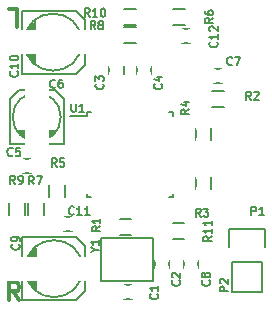
<source format=gto>
G04 #@! TF.FileFunction,Legend,Top*
%FSLAX46Y46*%
G04 Gerber Fmt 4.6, Leading zero omitted, Abs format (unit mm)*
G04 Created by KiCad (PCBNEW 4.0.0-rc2-stable) date 11/27/2015 10:33:43 PM*
%MOMM*%
G01*
G04 APERTURE LIST*
%ADD10C,0.100000*%
%ADD11C,0.300000*%
%ADD12C,0.150000*%
%ADD13R,1.600000X1.150000*%
%ADD14R,1.150000X1.600000*%
%ADD15R,2.000200X3.000960*%
%ADD16R,3.399740X2.000200*%
%ADD17R,1.950000X1.900000*%
%ADD18O,1.950000X1.300000*%
%ADD19O,1.350000X1.650000*%
%ADD20R,1.750000X0.800000*%
%ADD21R,2.400000X12.400000*%
%ADD22R,1.600000X1.300000*%
%ADD23R,1.300000X1.600000*%
%ADD24R,2.000000X0.950000*%
%ADD25R,0.950000X2.000000*%
%ADD26R,2.432000X2.432000*%
%ADD27O,2.432000X2.432000*%
%ADD28R,1.800000X1.600000*%
G04 APERTURE END LIST*
D10*
D11*
X104437714Y-76600929D02*
X105152000Y-76600929D01*
X105152000Y-78100929D01*
X105302786Y-101199071D02*
X104802786Y-100484786D01*
X104445643Y-101199071D02*
X104445643Y-99699071D01*
X105017071Y-99699071D01*
X105159929Y-99770500D01*
X105231357Y-99841929D01*
X105302786Y-99984786D01*
X105302786Y-100199071D01*
X105231357Y-100341929D01*
X105159929Y-100413357D01*
X105017071Y-100484786D01*
X104445643Y-100484786D01*
D12*
X114140500Y-99920500D02*
X114840500Y-99920500D01*
X114840500Y-101120500D02*
X114140500Y-101120500D01*
X118011500Y-97821000D02*
X118011500Y-98521000D01*
X116811500Y-98521000D02*
X116811500Y-97821000D01*
X112938000Y-82074500D02*
X112938000Y-81374500D01*
X114138000Y-81374500D02*
X114138000Y-82074500D01*
X115287500Y-82074500D02*
X115287500Y-81374500D01*
X116487500Y-81374500D02*
X116487500Y-82074500D01*
X105631500Y-89252500D02*
X106331500Y-89252500D01*
X106331500Y-90452500D02*
X105631500Y-90452500D01*
X106781600Y-84074000D02*
X106781600Y-84836000D01*
X106400600Y-84455000D02*
X107162600Y-84455000D01*
X109067600Y-84201000D02*
X109067600Y-88011000D01*
X105257600Y-83439000D02*
X108305600Y-83439000D01*
X109067600Y-84201000D02*
X108305600Y-83439000D01*
X104495600Y-84201000D02*
X104495600Y-88011000D01*
X104495600Y-84201000D02*
X105257600Y-83439000D01*
X106908600Y-87757000D02*
X106654600Y-87757000D01*
X106146600Y-87630000D02*
X107416600Y-87630000D01*
X107670600Y-87503000D02*
X105892600Y-87503000D01*
X107924600Y-87376000D02*
X105638600Y-87376000D01*
X105511600Y-87249000D02*
X108051600Y-87249000D01*
X108178600Y-87122000D02*
X105384600Y-87122000D01*
X105257600Y-86995000D02*
X108305600Y-86995000D01*
X105130600Y-86868000D02*
X108432600Y-86868000D01*
X104495600Y-88011000D02*
X109067600Y-88011000D01*
X108813600Y-85725000D02*
G75*
G03X108813600Y-85725000I-2032000J0D01*
G01*
X122460500Y-82832500D02*
X121760500Y-82832500D01*
X121760500Y-81632500D02*
X122460500Y-81632500D01*
X120424500Y-97821000D02*
X120424500Y-98521000D01*
X119224500Y-98521000D02*
X119224500Y-97821000D01*
X105958640Y-97917000D02*
X105958640Y-99314000D01*
X106085640Y-97663000D02*
X106085640Y-99441000D01*
X106212640Y-97282000D02*
X106212640Y-99822000D01*
X106339640Y-99949000D02*
X106339640Y-97155000D01*
X106466640Y-97028000D02*
X106466640Y-100076000D01*
X106593640Y-100203000D02*
X106593640Y-96901000D01*
X106720640Y-96774000D02*
X106720640Y-100330000D01*
X105577640Y-95885000D02*
X110149640Y-95885000D01*
X110149640Y-95885000D02*
X110911640Y-96647000D01*
X110911640Y-96647000D02*
X110911640Y-100457000D01*
X110911640Y-100457000D02*
X110149640Y-101219000D01*
X110149640Y-101219000D02*
X105577640Y-101219000D01*
X105577640Y-101219000D02*
X105577640Y-95885000D01*
X110403640Y-98552000D02*
X109641640Y-98552000D01*
X110022640Y-98171000D02*
X110022640Y-98933000D01*
X110657640Y-98552000D02*
G75*
G03X110657640Y-98552000I-2413000J0D01*
G01*
X105877360Y-78740000D02*
X105877360Y-80137000D01*
X106004360Y-78486000D02*
X106004360Y-80264000D01*
X106131360Y-78105000D02*
X106131360Y-80645000D01*
X106258360Y-80772000D02*
X106258360Y-77978000D01*
X106385360Y-77851000D02*
X106385360Y-80899000D01*
X106512360Y-81026000D02*
X106512360Y-77724000D01*
X106639360Y-77597000D02*
X106639360Y-81153000D01*
X105496360Y-76708000D02*
X110068360Y-76708000D01*
X110068360Y-76708000D02*
X110830360Y-77470000D01*
X110830360Y-77470000D02*
X110830360Y-81280000D01*
X110830360Y-81280000D02*
X110068360Y-82042000D01*
X110068360Y-82042000D02*
X105496360Y-82042000D01*
X105496360Y-82042000D02*
X105496360Y-76708000D01*
X110322360Y-79375000D02*
X109560360Y-79375000D01*
X109941360Y-78994000D02*
X109941360Y-79756000D01*
X110576360Y-79375000D02*
G75*
G03X110576360Y-79375000I-2413000J0D01*
G01*
X109760500Y-95405500D02*
X109060500Y-95405500D01*
X109060500Y-94205500D02*
X109760500Y-94205500D01*
X119093500Y-78267000D02*
X119793500Y-78267000D01*
X119793500Y-79467000D02*
X119093500Y-79467000D01*
X113800000Y-94321000D02*
X114800000Y-94321000D01*
X114800000Y-95671000D02*
X113800000Y-95671000D01*
X122610500Y-84876000D02*
X121610500Y-84876000D01*
X121610500Y-83526000D02*
X122610500Y-83526000D01*
X120229000Y-91770000D02*
X120229000Y-90770000D01*
X121579000Y-90770000D02*
X121579000Y-91770000D01*
X121579000Y-86665000D02*
X121579000Y-87665000D01*
X120229000Y-87665000D02*
X120229000Y-86665000D01*
X109196500Y-91511500D02*
X109196500Y-92511500D01*
X107846500Y-92511500D02*
X107846500Y-91511500D01*
X118308500Y-76541000D02*
X119308500Y-76541000D01*
X119308500Y-77891000D02*
X118308500Y-77891000D01*
X107418500Y-93035500D02*
X107418500Y-94035500D01*
X106068500Y-94035500D02*
X106068500Y-93035500D01*
X115181000Y-79478500D02*
X114181000Y-79478500D01*
X114181000Y-78128500D02*
X115181000Y-78128500D01*
X105767500Y-93035500D02*
X105767500Y-94035500D01*
X104417500Y-94035500D02*
X104417500Y-93035500D01*
X115181000Y-77891000D02*
X114181000Y-77891000D01*
X114181000Y-76541000D02*
X115181000Y-76541000D01*
X119288000Y-96052000D02*
X118288000Y-96052000D01*
X118288000Y-94702000D02*
X119288000Y-94702000D01*
X111056000Y-85275000D02*
X111056000Y-85600000D01*
X118306000Y-85275000D02*
X118306000Y-85600000D01*
X118306000Y-92525000D02*
X118306000Y-92200000D01*
X111056000Y-92525000D02*
X111056000Y-92200000D01*
X111056000Y-85275000D02*
X111381000Y-85275000D01*
X111056000Y-92525000D02*
X111381000Y-92525000D01*
X118306000Y-92525000D02*
X117981000Y-92525000D01*
X118306000Y-85275000D02*
X117981000Y-85275000D01*
X111056000Y-85600000D02*
X109631000Y-85600000D01*
X125857000Y-97980500D02*
X125857000Y-100520500D01*
X126137000Y-95160500D02*
X126137000Y-96710500D01*
X125857000Y-97980500D02*
X123317000Y-97980500D01*
X123037000Y-96710500D02*
X123037000Y-95160500D01*
X123037000Y-95160500D02*
X126137000Y-95160500D01*
X123317000Y-97980500D02*
X123317000Y-100520500D01*
X123317000Y-100520500D02*
X125857000Y-100520500D01*
X112227000Y-99590000D02*
X112227000Y-95990000D01*
X116627000Y-99590000D02*
X112227000Y-99590000D01*
X116627000Y-95990000D02*
X116627000Y-99590000D01*
X112227000Y-95990000D02*
X116627000Y-95990000D01*
X116988400Y-100700666D02*
X117021733Y-100734000D01*
X117055067Y-100834000D01*
X117055067Y-100900666D01*
X117021733Y-101000666D01*
X116955067Y-101067333D01*
X116888400Y-101100666D01*
X116755067Y-101134000D01*
X116655067Y-101134000D01*
X116521733Y-101100666D01*
X116455067Y-101067333D01*
X116388400Y-101000666D01*
X116355067Y-100900666D01*
X116355067Y-100834000D01*
X116388400Y-100734000D01*
X116421733Y-100700666D01*
X117055067Y-100034000D02*
X117055067Y-100434000D01*
X117055067Y-100234000D02*
X116355067Y-100234000D01*
X116455067Y-100300666D01*
X116521733Y-100367333D01*
X116555067Y-100434000D01*
X118868000Y-99557666D02*
X118901333Y-99591000D01*
X118934667Y-99691000D01*
X118934667Y-99757666D01*
X118901333Y-99857666D01*
X118834667Y-99924333D01*
X118768000Y-99957666D01*
X118634667Y-99991000D01*
X118534667Y-99991000D01*
X118401333Y-99957666D01*
X118334667Y-99924333D01*
X118268000Y-99857666D01*
X118234667Y-99757666D01*
X118234667Y-99691000D01*
X118268000Y-99591000D01*
X118301333Y-99557666D01*
X118301333Y-99291000D02*
X118268000Y-99257666D01*
X118234667Y-99191000D01*
X118234667Y-99024333D01*
X118268000Y-98957666D01*
X118301333Y-98924333D01*
X118368000Y-98891000D01*
X118434667Y-98891000D01*
X118534667Y-98924333D01*
X118934667Y-99324333D01*
X118934667Y-98891000D01*
X112391000Y-82918166D02*
X112424333Y-82951500D01*
X112457667Y-83051500D01*
X112457667Y-83118166D01*
X112424333Y-83218166D01*
X112357667Y-83284833D01*
X112291000Y-83318166D01*
X112157667Y-83351500D01*
X112057667Y-83351500D01*
X111924333Y-83318166D01*
X111857667Y-83284833D01*
X111791000Y-83218166D01*
X111757667Y-83118166D01*
X111757667Y-83051500D01*
X111791000Y-82951500D01*
X111824333Y-82918166D01*
X111757667Y-82684833D02*
X111757667Y-82251500D01*
X112024333Y-82484833D01*
X112024333Y-82384833D01*
X112057667Y-82318166D01*
X112091000Y-82284833D01*
X112157667Y-82251500D01*
X112324333Y-82251500D01*
X112391000Y-82284833D01*
X112424333Y-82318166D01*
X112457667Y-82384833D01*
X112457667Y-82584833D01*
X112424333Y-82651500D01*
X112391000Y-82684833D01*
X117344000Y-82920666D02*
X117377333Y-82954000D01*
X117410667Y-83054000D01*
X117410667Y-83120666D01*
X117377333Y-83220666D01*
X117310667Y-83287333D01*
X117244000Y-83320666D01*
X117110667Y-83354000D01*
X117010667Y-83354000D01*
X116877333Y-83320666D01*
X116810667Y-83287333D01*
X116744000Y-83220666D01*
X116710667Y-83120666D01*
X116710667Y-83054000D01*
X116744000Y-82954000D01*
X116777333Y-82920666D01*
X116944000Y-82320666D02*
X117410667Y-82320666D01*
X116677333Y-82487333D02*
X117177333Y-82654000D01*
X117177333Y-82220666D01*
X104734534Y-88946800D02*
X104701200Y-88980133D01*
X104601200Y-89013467D01*
X104534534Y-89013467D01*
X104434534Y-88980133D01*
X104367867Y-88913467D01*
X104334534Y-88846800D01*
X104301200Y-88713467D01*
X104301200Y-88613467D01*
X104334534Y-88480133D01*
X104367867Y-88413467D01*
X104434534Y-88346800D01*
X104534534Y-88313467D01*
X104601200Y-88313467D01*
X104701200Y-88346800D01*
X104734534Y-88380133D01*
X105367867Y-88313467D02*
X105034534Y-88313467D01*
X105001200Y-88646800D01*
X105034534Y-88613467D01*
X105101200Y-88580133D01*
X105267867Y-88580133D01*
X105334534Y-88613467D01*
X105367867Y-88646800D01*
X105401200Y-88713467D01*
X105401200Y-88880133D01*
X105367867Y-88946800D01*
X105334534Y-88980133D01*
X105267867Y-89013467D01*
X105101200Y-89013467D01*
X105034534Y-88980133D01*
X105001200Y-88946800D01*
X108341334Y-83181000D02*
X108308000Y-83214333D01*
X108208000Y-83247667D01*
X108141334Y-83247667D01*
X108041334Y-83214333D01*
X107974667Y-83147667D01*
X107941334Y-83081000D01*
X107908000Y-82947667D01*
X107908000Y-82847667D01*
X107941334Y-82714333D01*
X107974667Y-82647667D01*
X108041334Y-82581000D01*
X108141334Y-82547667D01*
X108208000Y-82547667D01*
X108308000Y-82581000D01*
X108341334Y-82614333D01*
X108941334Y-82547667D02*
X108808000Y-82547667D01*
X108741334Y-82581000D01*
X108708000Y-82614333D01*
X108641334Y-82714333D01*
X108608000Y-82847667D01*
X108608000Y-83114333D01*
X108641334Y-83181000D01*
X108674667Y-83214333D01*
X108741334Y-83247667D01*
X108874667Y-83247667D01*
X108941334Y-83214333D01*
X108974667Y-83181000D01*
X109008000Y-83114333D01*
X109008000Y-82947667D01*
X108974667Y-82881000D01*
X108941334Y-82847667D01*
X108874667Y-82814333D01*
X108741334Y-82814333D01*
X108674667Y-82847667D01*
X108641334Y-82881000D01*
X108608000Y-82947667D01*
X123327334Y-81276000D02*
X123294000Y-81309333D01*
X123194000Y-81342667D01*
X123127334Y-81342667D01*
X123027334Y-81309333D01*
X122960667Y-81242667D01*
X122927334Y-81176000D01*
X122894000Y-81042667D01*
X122894000Y-80942667D01*
X122927334Y-80809333D01*
X122960667Y-80742667D01*
X123027334Y-80676000D01*
X123127334Y-80642667D01*
X123194000Y-80642667D01*
X123294000Y-80676000D01*
X123327334Y-80709333D01*
X123560667Y-80642667D02*
X124027334Y-80642667D01*
X123727334Y-81342667D01*
X121408000Y-99557666D02*
X121441333Y-99591000D01*
X121474667Y-99691000D01*
X121474667Y-99757666D01*
X121441333Y-99857666D01*
X121374667Y-99924333D01*
X121308000Y-99957666D01*
X121174667Y-99991000D01*
X121074667Y-99991000D01*
X120941333Y-99957666D01*
X120874667Y-99924333D01*
X120808000Y-99857666D01*
X120774667Y-99757666D01*
X120774667Y-99691000D01*
X120808000Y-99591000D01*
X120841333Y-99557666D01*
X121074667Y-99157666D02*
X121041333Y-99224333D01*
X121008000Y-99257666D01*
X120941333Y-99291000D01*
X120908000Y-99291000D01*
X120841333Y-99257666D01*
X120808000Y-99224333D01*
X120774667Y-99157666D01*
X120774667Y-99024333D01*
X120808000Y-98957666D01*
X120841333Y-98924333D01*
X120908000Y-98891000D01*
X120941333Y-98891000D01*
X121008000Y-98924333D01*
X121041333Y-98957666D01*
X121074667Y-99024333D01*
X121074667Y-99157666D01*
X121108000Y-99224333D01*
X121141333Y-99257666D01*
X121208000Y-99291000D01*
X121341333Y-99291000D01*
X121408000Y-99257666D01*
X121441333Y-99224333D01*
X121474667Y-99157666D01*
X121474667Y-99024333D01*
X121441333Y-98957666D01*
X121408000Y-98924333D01*
X121341333Y-98891000D01*
X121208000Y-98891000D01*
X121141333Y-98924333D01*
X121108000Y-98957666D01*
X121074667Y-99024333D01*
X105279000Y-96509666D02*
X105312333Y-96543000D01*
X105345667Y-96643000D01*
X105345667Y-96709666D01*
X105312333Y-96809666D01*
X105245667Y-96876333D01*
X105179000Y-96909666D01*
X105045667Y-96943000D01*
X104945667Y-96943000D01*
X104812333Y-96909666D01*
X104745667Y-96876333D01*
X104679000Y-96809666D01*
X104645667Y-96709666D01*
X104645667Y-96643000D01*
X104679000Y-96543000D01*
X104712333Y-96509666D01*
X105345667Y-96176333D02*
X105345667Y-96043000D01*
X105312333Y-95976333D01*
X105279000Y-95943000D01*
X105179000Y-95876333D01*
X105045667Y-95843000D01*
X104779000Y-95843000D01*
X104712333Y-95876333D01*
X104679000Y-95909666D01*
X104645667Y-95976333D01*
X104645667Y-96109666D01*
X104679000Y-96176333D01*
X104712333Y-96209666D01*
X104779000Y-96243000D01*
X104945667Y-96243000D01*
X105012333Y-96209666D01*
X105045667Y-96176333D01*
X105079000Y-96109666D01*
X105079000Y-95976333D01*
X105045667Y-95909666D01*
X105012333Y-95876333D01*
X104945667Y-95843000D01*
X105152000Y-81857000D02*
X105185333Y-81890334D01*
X105218667Y-81990334D01*
X105218667Y-82057000D01*
X105185333Y-82157000D01*
X105118667Y-82223667D01*
X105052000Y-82257000D01*
X104918667Y-82290334D01*
X104818667Y-82290334D01*
X104685333Y-82257000D01*
X104618667Y-82223667D01*
X104552000Y-82157000D01*
X104518667Y-82057000D01*
X104518667Y-81990334D01*
X104552000Y-81890334D01*
X104585333Y-81857000D01*
X105218667Y-81190334D02*
X105218667Y-81590334D01*
X105218667Y-81390334D02*
X104518667Y-81390334D01*
X104618667Y-81457000D01*
X104685333Y-81523667D01*
X104718667Y-81590334D01*
X104518667Y-80757000D02*
X104518667Y-80690333D01*
X104552000Y-80623667D01*
X104585333Y-80590333D01*
X104652000Y-80557000D01*
X104785333Y-80523667D01*
X104952000Y-80523667D01*
X105085333Y-80557000D01*
X105152000Y-80590333D01*
X105185333Y-80623667D01*
X105218667Y-80690333D01*
X105218667Y-80757000D01*
X105185333Y-80823667D01*
X105152000Y-80857000D01*
X105085333Y-80890333D01*
X104952000Y-80923667D01*
X104785333Y-80923667D01*
X104652000Y-80890333D01*
X104585333Y-80857000D01*
X104552000Y-80823667D01*
X104518667Y-80757000D01*
X109938400Y-93925200D02*
X109905066Y-93958533D01*
X109805066Y-93991867D01*
X109738400Y-93991867D01*
X109638400Y-93958533D01*
X109571733Y-93891867D01*
X109538400Y-93825200D01*
X109505066Y-93691867D01*
X109505066Y-93591867D01*
X109538400Y-93458533D01*
X109571733Y-93391867D01*
X109638400Y-93325200D01*
X109738400Y-93291867D01*
X109805066Y-93291867D01*
X109905066Y-93325200D01*
X109938400Y-93358533D01*
X110605066Y-93991867D02*
X110205066Y-93991867D01*
X110405066Y-93991867D02*
X110405066Y-93291867D01*
X110338400Y-93391867D01*
X110271733Y-93458533D01*
X110205066Y-93491867D01*
X111271733Y-93991867D02*
X110871733Y-93991867D01*
X111071733Y-93991867D02*
X111071733Y-93291867D01*
X111005067Y-93391867D01*
X110938400Y-93458533D01*
X110871733Y-93491867D01*
X122043000Y-79367800D02*
X122076333Y-79401134D01*
X122109667Y-79501134D01*
X122109667Y-79567800D01*
X122076333Y-79667800D01*
X122009667Y-79734467D01*
X121943000Y-79767800D01*
X121809667Y-79801134D01*
X121709667Y-79801134D01*
X121576333Y-79767800D01*
X121509667Y-79734467D01*
X121443000Y-79667800D01*
X121409667Y-79567800D01*
X121409667Y-79501134D01*
X121443000Y-79401134D01*
X121476333Y-79367800D01*
X122109667Y-78701134D02*
X122109667Y-79101134D01*
X122109667Y-78901134D02*
X121409667Y-78901134D01*
X121509667Y-78967800D01*
X121576333Y-79034467D01*
X121609667Y-79101134D01*
X121476333Y-78434467D02*
X121443000Y-78401133D01*
X121409667Y-78334467D01*
X121409667Y-78167800D01*
X121443000Y-78101133D01*
X121476333Y-78067800D01*
X121543000Y-78034467D01*
X121609667Y-78034467D01*
X121709667Y-78067800D01*
X122109667Y-78467800D01*
X122109667Y-78034467D01*
X124959334Y-94042667D02*
X124959334Y-93342667D01*
X125226000Y-93342667D01*
X125292667Y-93376000D01*
X125326000Y-93409333D01*
X125359334Y-93476000D01*
X125359334Y-93576000D01*
X125326000Y-93642667D01*
X125292667Y-93676000D01*
X125226000Y-93709333D01*
X124959334Y-93709333D01*
X126026000Y-94042667D02*
X125626000Y-94042667D01*
X125826000Y-94042667D02*
X125826000Y-93342667D01*
X125759334Y-93442667D01*
X125692667Y-93509333D01*
X125626000Y-93542667D01*
X112178267Y-94985666D02*
X111844933Y-95219000D01*
X112178267Y-95385666D02*
X111478267Y-95385666D01*
X111478267Y-95119000D01*
X111511600Y-95052333D01*
X111544933Y-95019000D01*
X111611600Y-94985666D01*
X111711600Y-94985666D01*
X111778267Y-95019000D01*
X111811600Y-95052333D01*
X111844933Y-95119000D01*
X111844933Y-95385666D01*
X112178267Y-94319000D02*
X112178267Y-94719000D01*
X112178267Y-94519000D02*
X111478267Y-94519000D01*
X111578267Y-94585666D01*
X111644933Y-94652333D01*
X111678267Y-94719000D01*
X124927534Y-84263667D02*
X124694200Y-83930333D01*
X124527534Y-84263667D02*
X124527534Y-83563667D01*
X124794200Y-83563667D01*
X124860867Y-83597000D01*
X124894200Y-83630333D01*
X124927534Y-83697000D01*
X124927534Y-83797000D01*
X124894200Y-83863667D01*
X124860867Y-83897000D01*
X124794200Y-83930333D01*
X124527534Y-83930333D01*
X125194200Y-83630333D02*
X125227534Y-83597000D01*
X125294200Y-83563667D01*
X125460867Y-83563667D01*
X125527534Y-83597000D01*
X125560867Y-83630333D01*
X125594200Y-83697000D01*
X125594200Y-83763667D01*
X125560867Y-83863667D01*
X125160867Y-84263667D01*
X125594200Y-84263667D01*
X120660334Y-94169667D02*
X120427000Y-93836333D01*
X120260334Y-94169667D02*
X120260334Y-93469667D01*
X120527000Y-93469667D01*
X120593667Y-93503000D01*
X120627000Y-93536333D01*
X120660334Y-93603000D01*
X120660334Y-93703000D01*
X120627000Y-93769667D01*
X120593667Y-93803000D01*
X120527000Y-93836333D01*
X120260334Y-93836333D01*
X120893667Y-93469667D02*
X121327000Y-93469667D01*
X121093667Y-93736333D01*
X121193667Y-93736333D01*
X121260334Y-93769667D01*
X121293667Y-93803000D01*
X121327000Y-93869667D01*
X121327000Y-94036333D01*
X121293667Y-94103000D01*
X121260334Y-94136333D01*
X121193667Y-94169667D01*
X120993667Y-94169667D01*
X120927000Y-94136333D01*
X120893667Y-94103000D01*
X119696667Y-85079666D02*
X119363333Y-85313000D01*
X119696667Y-85479666D02*
X118996667Y-85479666D01*
X118996667Y-85213000D01*
X119030000Y-85146333D01*
X119063333Y-85113000D01*
X119130000Y-85079666D01*
X119230000Y-85079666D01*
X119296667Y-85113000D01*
X119330000Y-85146333D01*
X119363333Y-85213000D01*
X119363333Y-85479666D01*
X119230000Y-84479666D02*
X119696667Y-84479666D01*
X118963333Y-84646333D02*
X119463333Y-84813000D01*
X119463333Y-84379666D01*
X108468334Y-89927867D02*
X108235000Y-89594533D01*
X108068334Y-89927867D02*
X108068334Y-89227867D01*
X108335000Y-89227867D01*
X108401667Y-89261200D01*
X108435000Y-89294533D01*
X108468334Y-89361200D01*
X108468334Y-89461200D01*
X108435000Y-89527867D01*
X108401667Y-89561200D01*
X108335000Y-89594533D01*
X108068334Y-89594533D01*
X109101667Y-89227867D02*
X108768334Y-89227867D01*
X108735000Y-89561200D01*
X108768334Y-89527867D01*
X108835000Y-89494533D01*
X109001667Y-89494533D01*
X109068334Y-89527867D01*
X109101667Y-89561200D01*
X109135000Y-89627867D01*
X109135000Y-89794533D01*
X109101667Y-89861200D01*
X109068334Y-89894533D01*
X109001667Y-89927867D01*
X108835000Y-89927867D01*
X108768334Y-89894533D01*
X108735000Y-89861200D01*
X121728667Y-77332666D02*
X121395333Y-77566000D01*
X121728667Y-77732666D02*
X121028667Y-77732666D01*
X121028667Y-77466000D01*
X121062000Y-77399333D01*
X121095333Y-77366000D01*
X121162000Y-77332666D01*
X121262000Y-77332666D01*
X121328667Y-77366000D01*
X121362000Y-77399333D01*
X121395333Y-77466000D01*
X121395333Y-77732666D01*
X121028667Y-76732666D02*
X121028667Y-76866000D01*
X121062000Y-76932666D01*
X121095333Y-76966000D01*
X121195333Y-77032666D01*
X121328667Y-77066000D01*
X121595333Y-77066000D01*
X121662000Y-77032666D01*
X121695333Y-76999333D01*
X121728667Y-76932666D01*
X121728667Y-76799333D01*
X121695333Y-76732666D01*
X121662000Y-76699333D01*
X121595333Y-76666000D01*
X121428667Y-76666000D01*
X121362000Y-76699333D01*
X121328667Y-76732666D01*
X121295333Y-76799333D01*
X121295333Y-76932666D01*
X121328667Y-76999333D01*
X121362000Y-77032666D01*
X121428667Y-77066000D01*
X106537934Y-91426467D02*
X106304600Y-91093133D01*
X106137934Y-91426467D02*
X106137934Y-90726467D01*
X106404600Y-90726467D01*
X106471267Y-90759800D01*
X106504600Y-90793133D01*
X106537934Y-90859800D01*
X106537934Y-90959800D01*
X106504600Y-91026467D01*
X106471267Y-91059800D01*
X106404600Y-91093133D01*
X106137934Y-91093133D01*
X106771267Y-90726467D02*
X107237934Y-90726467D01*
X106937934Y-91426467D01*
X111744934Y-78294667D02*
X111511600Y-77961333D01*
X111344934Y-78294667D02*
X111344934Y-77594667D01*
X111611600Y-77594667D01*
X111678267Y-77628000D01*
X111711600Y-77661333D01*
X111744934Y-77728000D01*
X111744934Y-77828000D01*
X111711600Y-77894667D01*
X111678267Y-77928000D01*
X111611600Y-77961333D01*
X111344934Y-77961333D01*
X112144934Y-77894667D02*
X112078267Y-77861333D01*
X112044934Y-77828000D01*
X112011600Y-77761333D01*
X112011600Y-77728000D01*
X112044934Y-77661333D01*
X112078267Y-77628000D01*
X112144934Y-77594667D01*
X112278267Y-77594667D01*
X112344934Y-77628000D01*
X112378267Y-77661333D01*
X112411600Y-77728000D01*
X112411600Y-77761333D01*
X112378267Y-77828000D01*
X112344934Y-77861333D01*
X112278267Y-77894667D01*
X112144934Y-77894667D01*
X112078267Y-77928000D01*
X112044934Y-77961333D01*
X112011600Y-78028000D01*
X112011600Y-78161333D01*
X112044934Y-78228000D01*
X112078267Y-78261333D01*
X112144934Y-78294667D01*
X112278267Y-78294667D01*
X112344934Y-78261333D01*
X112378267Y-78228000D01*
X112411600Y-78161333D01*
X112411600Y-78028000D01*
X112378267Y-77961333D01*
X112344934Y-77928000D01*
X112278267Y-77894667D01*
X104963134Y-91375667D02*
X104729800Y-91042333D01*
X104563134Y-91375667D02*
X104563134Y-90675667D01*
X104829800Y-90675667D01*
X104896467Y-90709000D01*
X104929800Y-90742333D01*
X104963134Y-90809000D01*
X104963134Y-90909000D01*
X104929800Y-90975667D01*
X104896467Y-91009000D01*
X104829800Y-91042333D01*
X104563134Y-91042333D01*
X105296467Y-91375667D02*
X105429800Y-91375667D01*
X105496467Y-91342333D01*
X105529800Y-91309000D01*
X105596467Y-91209000D01*
X105629800Y-91075667D01*
X105629800Y-90809000D01*
X105596467Y-90742333D01*
X105563134Y-90709000D01*
X105496467Y-90675667D01*
X105363134Y-90675667D01*
X105296467Y-90709000D01*
X105263134Y-90742333D01*
X105229800Y-90809000D01*
X105229800Y-90975667D01*
X105263134Y-91042333D01*
X105296467Y-91075667D01*
X105363134Y-91109000D01*
X105496467Y-91109000D01*
X105563134Y-91075667D01*
X105596467Y-91042333D01*
X105629800Y-90975667D01*
X111259200Y-77227867D02*
X111025866Y-76894533D01*
X110859200Y-77227867D02*
X110859200Y-76527867D01*
X111125866Y-76527867D01*
X111192533Y-76561200D01*
X111225866Y-76594533D01*
X111259200Y-76661200D01*
X111259200Y-76761200D01*
X111225866Y-76827867D01*
X111192533Y-76861200D01*
X111125866Y-76894533D01*
X110859200Y-76894533D01*
X111925866Y-77227867D02*
X111525866Y-77227867D01*
X111725866Y-77227867D02*
X111725866Y-76527867D01*
X111659200Y-76627867D01*
X111592533Y-76694533D01*
X111525866Y-76727867D01*
X112359200Y-76527867D02*
X112425867Y-76527867D01*
X112492533Y-76561200D01*
X112525867Y-76594533D01*
X112559200Y-76661200D01*
X112592533Y-76794533D01*
X112592533Y-76961200D01*
X112559200Y-77094533D01*
X112525867Y-77161200D01*
X112492533Y-77194533D01*
X112425867Y-77227867D01*
X112359200Y-77227867D01*
X112292533Y-77194533D01*
X112259200Y-77161200D01*
X112225867Y-77094533D01*
X112192533Y-76961200D01*
X112192533Y-76794533D01*
X112225867Y-76661200D01*
X112259200Y-76594533D01*
X112292533Y-76561200D01*
X112359200Y-76527867D01*
X121601667Y-95827000D02*
X121268333Y-96060334D01*
X121601667Y-96227000D02*
X120901667Y-96227000D01*
X120901667Y-95960334D01*
X120935000Y-95893667D01*
X120968333Y-95860334D01*
X121035000Y-95827000D01*
X121135000Y-95827000D01*
X121201667Y-95860334D01*
X121235000Y-95893667D01*
X121268333Y-95960334D01*
X121268333Y-96227000D01*
X121601667Y-95160334D02*
X121601667Y-95560334D01*
X121601667Y-95360334D02*
X120901667Y-95360334D01*
X121001667Y-95427000D01*
X121068333Y-95493667D01*
X121101667Y-95560334D01*
X121601667Y-94493667D02*
X121601667Y-94893667D01*
X121601667Y-94693667D02*
X120901667Y-94693667D01*
X121001667Y-94760333D01*
X121068333Y-94827000D01*
X121101667Y-94893667D01*
X109702667Y-84579667D02*
X109702667Y-85146333D01*
X109736000Y-85213000D01*
X109769333Y-85246333D01*
X109836000Y-85279667D01*
X109969333Y-85279667D01*
X110036000Y-85246333D01*
X110069333Y-85213000D01*
X110102667Y-85146333D01*
X110102667Y-84579667D01*
X110802666Y-85279667D02*
X110402666Y-85279667D01*
X110602666Y-85279667D02*
X110602666Y-84579667D01*
X110536000Y-84679667D01*
X110469333Y-84746333D01*
X110402666Y-84779667D01*
X122998667Y-100465666D02*
X122298667Y-100465666D01*
X122298667Y-100199000D01*
X122332000Y-100132333D01*
X122365333Y-100099000D01*
X122432000Y-100065666D01*
X122532000Y-100065666D01*
X122598667Y-100099000D01*
X122632000Y-100132333D01*
X122665333Y-100199000D01*
X122665333Y-100465666D01*
X122365333Y-99799000D02*
X122332000Y-99765666D01*
X122298667Y-99699000D01*
X122298667Y-99532333D01*
X122332000Y-99465666D01*
X122365333Y-99432333D01*
X122432000Y-99399000D01*
X122498667Y-99399000D01*
X122598667Y-99432333D01*
X122998667Y-99832333D01*
X122998667Y-99399000D01*
X111717933Y-96954933D02*
X112051267Y-96954933D01*
X111351267Y-97188266D02*
X111717933Y-96954933D01*
X111351267Y-96721600D01*
X112051267Y-96121600D02*
X112051267Y-96521600D01*
X112051267Y-96321600D02*
X111351267Y-96321600D01*
X111451267Y-96388266D01*
X111517933Y-96454933D01*
X111551267Y-96521600D01*
%LPC*%
D13*
X113540500Y-100520500D03*
X115440500Y-100520500D03*
D14*
X117411500Y-97221000D03*
X117411500Y-99121000D03*
X113538000Y-82674500D03*
X113538000Y-80774500D03*
X115887500Y-82674500D03*
X115887500Y-80774500D03*
D13*
X105031500Y-89852500D03*
X106931500Y-89852500D03*
D15*
X106781600Y-83924140D03*
X106781600Y-87525860D03*
D13*
X123060500Y-82232500D03*
X121160500Y-82232500D03*
D14*
X119824500Y-97221000D03*
X119824500Y-99121000D03*
D16*
X110444280Y-98552000D03*
X106045000Y-98552000D03*
X110363000Y-79375000D03*
X105963720Y-79375000D03*
D13*
X110360500Y-94805500D03*
X108460500Y-94805500D03*
X118493500Y-78867000D03*
X120393500Y-78867000D03*
D17*
X125476000Y-87900000D03*
X125476000Y-89900000D03*
D18*
X125476000Y-85400000D03*
X125476000Y-92400000D03*
D19*
X122776000Y-91400000D03*
X122776000Y-86400000D03*
D20*
X122776000Y-90200000D03*
X122776000Y-89550000D03*
X122776000Y-88900000D03*
X122776000Y-88250000D03*
X122776000Y-87600000D03*
D21*
X103013000Y-95123000D03*
X103013000Y-82677000D03*
D22*
X115400000Y-94996000D03*
X113200000Y-94996000D03*
X121010500Y-84201000D03*
X123210500Y-84201000D03*
D23*
X120904000Y-90170000D03*
X120904000Y-92370000D03*
X120904000Y-88265000D03*
X120904000Y-86065000D03*
X108521500Y-93111500D03*
X108521500Y-90911500D03*
D22*
X119908500Y-77216000D03*
X117708500Y-77216000D03*
D23*
X106743500Y-94635500D03*
X106743500Y-92435500D03*
D22*
X113581000Y-78803500D03*
X115781000Y-78803500D03*
D23*
X105092500Y-94635500D03*
X105092500Y-92435500D03*
D22*
X113581000Y-77216000D03*
X115781000Y-77216000D03*
X117688000Y-95377000D03*
X119888000Y-95377000D03*
D24*
X110431000Y-86100000D03*
X110431000Y-86900000D03*
X110431000Y-87700000D03*
X110431000Y-88500000D03*
X110431000Y-89300000D03*
X110431000Y-90100000D03*
X110431000Y-90900000D03*
X110431000Y-91700000D03*
D25*
X111881000Y-93150000D03*
X112681000Y-93150000D03*
X113481000Y-93150000D03*
X114281000Y-93150000D03*
X115081000Y-93150000D03*
X115881000Y-93150000D03*
X116681000Y-93150000D03*
X117481000Y-93150000D03*
D24*
X118931000Y-91700000D03*
X118931000Y-90900000D03*
X118931000Y-90100000D03*
X118931000Y-89300000D03*
X118931000Y-88500000D03*
X118931000Y-87700000D03*
X118931000Y-86900000D03*
X118931000Y-86100000D03*
D25*
X117481000Y-84650000D03*
X116681000Y-84650000D03*
X115881000Y-84650000D03*
X115081000Y-84650000D03*
X114281000Y-84650000D03*
X113481000Y-84650000D03*
X112681000Y-84650000D03*
X111881000Y-84650000D03*
D26*
X124587000Y-96710500D03*
D27*
X124587000Y-99250500D03*
D28*
X113327000Y-98640000D03*
X115527000Y-98640000D03*
X115527000Y-96940000D03*
X113327000Y-96940000D03*
M02*

</source>
